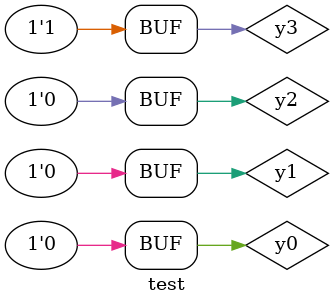
<source format=v>
module fourottwoEncodergate(y3,y2,y1,y0,w1,w0);
input y3,y2,y1,y0;
output w1,w0;

or i1(w0,y2,y3);
or i2(w1,y1,y3);

endmodule

module test;
reg y3,y2,y1,y0;
wire w1,w0;
fourottwoEncodergate i(y3,y2,y1,y0,w1,w0);
initial
begin
    y3=1'b0;
    y2=1'b0;
    y1=1'b0;
    y0=1'b0;
    $monitor("time:%0t,y3=%b,y2=%b,y1=%b,y0=%b,w1=%b,w0=%b",$time,y3,y2,y1,y0,w1,w0);
    #5 y3=1'b0; y2=1'b0; y1=1'b0; y0=1'b1; 
    #5 y3=1'b0; y2=1'b0; y1=1'b1; y0=1'b0; 
    #5 y3=1'b0; y2=1'b1; y1=1'b0; y0=1'b0; 
    #5 y3=1'b1; y2=1'b0; y1=1'b0; y0=1'b0; 
end
endmodule

</source>
